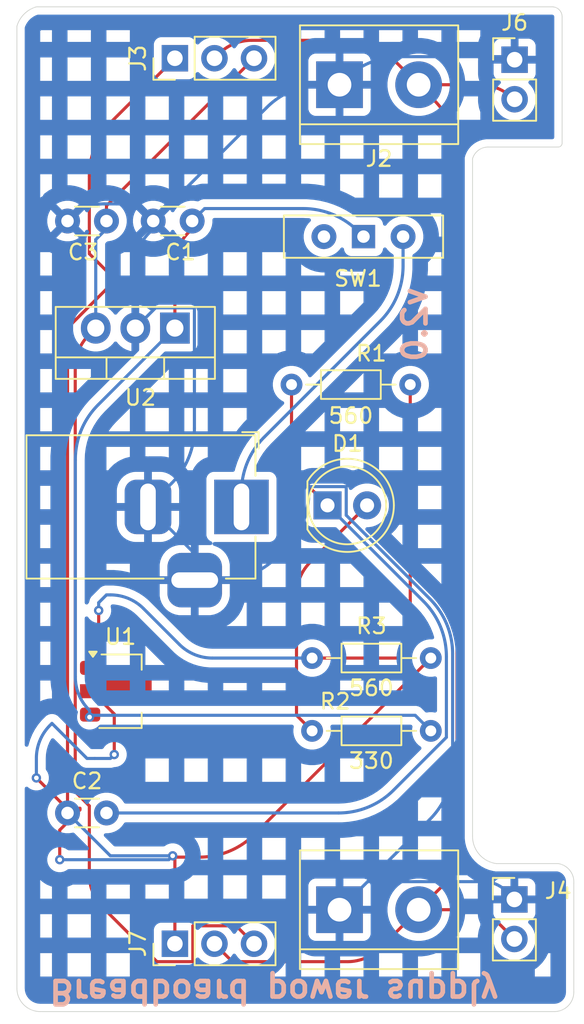
<source format=kicad_pcb>
(kicad_pcb (version 20241229) (generator "pcbnew") (generator_version "9.0")
  (layers (0 "F.Cu" signal) (2 "B.Cu" signal) (13 "F.Paste" user) (15 "B.Paste" user) (5 "F.SilkS" user "F.Silkscreen") (7 "B.SilkS" user "B.Silkscreen") (1 "F.Mask" user) (3 "B.Mask" user) (25 "Edge.Cuts" user))
  (net 0 "")
  (net 1 "/12v")
  (net 2 "GND")
  (net 3 "Net-(D1-K)")
  (net 4 "/3.3v")
  (net 5 "/5v")
  (net 6 "Net-(D1-A)")
  (net 7 "/PWR_input")
  (net 8 "/PWR_output")
  (net 9 "Net-(U1-ADJ)")
  (footprint "Button_Switch_THT:SW_Slide-03_Wuerth-WS-SLTV_10x2.5x6.4_P2.54mm" (layer "F.Cu") (at 172.571767 88.663833 180)
    (property "Reference" "SW1" (at 0.3556 -2.6924 0) (layer "F.SilkS"))
    (property "Value" "SW_SPDT")
    (fp_rect (start -5.11 -1.36) (end 5.11 1.36) (stroke (width 0.12)) (fill no) (layer "F.SilkS"))
    (pad "1" thru_hole rect (at 0 0 180) (size 1.5 1.5) (drill 0.8) (layers "*.Cu" "*.Mask") (net 1 "/12v"))
    (pad "2" thru_hole circle (at -2.54 0 180) (size 1.6 1.6) (drill 0.8) (layers "*.Cu" "*.Mask") (net 7 "/PWR_input"))
    (pad "3" thru_hole circle (at 2.54 0 180) (size 1.6 1.6) (drill 0.8) (layers "*.Cu" "*.Mask"))
  )
  (footprint "TerminalBlock:TerminalBlock_bornier-2_P5.08mm" (layer "F.Cu") (at 171.031767 131.874233)
    (property "Reference" "J5" (hide yes))
    (property "Value" "Screw_Terminal_01x02" (hide yes))
    (fp_line (start -2.54 -3.81) (end -2.54 3.81) (stroke (width 0.12)) (layer "F.SilkS"))
    (fp_line (start -2.54 3.81) (end 7.62 3.81) (stroke (width 0.12)) (layer "F.SilkS"))
    (fp_line (start 7.62 -3.81) (end -2.54 -3.81) (stroke (width 0.12)) (layer "F.SilkS"))
    (fp_line (start 7.62 2.54) (end -2.54 2.54) (stroke (width 0.12)) (layer "F.SilkS"))
    (fp_line (start 7.62 3.81) (end 7.62 -3.81) (stroke (width 0.12)) (layer "F.SilkS"))
    (pad "1" thru_hole rect (at 0 0) (size 3 3) (drill 1.52) (layers "*.Cu" "*.Mask") (net 2 "GND"))
    (pad "2" thru_hole circle (at 5.08 0) (size 3 3) (drill 1.52) (layers "*.Cu" "*.Mask") (net 8 "/PWR_output"))
  )
  (footprint "Resistor_THT:R_Axial_DIN0204_L3.6mm_D1.6mm_P7.62mm_Horizontal" (layer "F.Cu") (at 169.271767 120.393433)
    (property "Reference" "R2" (at 1.478233 -1.893433 0) (layer "F.SilkS"))
    (property "Value" "330" (at 3.81 1.92 0) (layer "F.SilkS"))
    (fp_line (start 0.94 0) (end 1.89 0) (stroke (width 0.12)) (layer "F.SilkS"))
    (fp_line (start 6.68 0) (end 5.73 0) (stroke (width 0.12)) (layer "F.SilkS"))
    (fp_rect (start 1.89 -0.92) (end 5.73 0.92) (stroke (width 0.12)) (fill no) (layer "F.SilkS"))
    (pad "1" thru_hole circle (at 0 0) (size 1.4 1.4) (drill 0.7) (layers "*.Cu" "*.Mask") (net 6 "Net-(D1-A)"))
    (pad "2" thru_hole circle (at 7.62 0) (size 1.4 1.4) (drill 0.7) (layers "*.Cu" "*.Mask") (net 1 "/12v"))
  )
  (footprint "Connector_PinHeader_2.54mm:PinHeader_1x02_P2.54mm_Vertical" (layer "F.Cu") (at 182.273367 77.306633)
    (property "Reference" "J6" (at 0 -2.38 0) (layer "F.SilkS"))
    (property "Value" "Conn_01x02_Male" (hide yes))
    (fp_line (start -1.38 -1.38) (end 0 -1.38) (stroke (width 0.12)) (layer "F.SilkS"))
    (fp_line (start -1.38 0) (end -1.38 -1.38) (stroke (width 0.12)) (layer "F.SilkS"))
    (fp_line (start -1.38 1.27) (end -1.38 3.92) (stroke (width 0.12)) (layer "F.SilkS"))
    (fp_line (start -1.38 1.27) (end 1.38 1.27) (stroke (width 0.12)) (layer "F.SilkS"))
    (fp_line (start -1.38 3.92) (end 1.38 3.92) (stroke (width 0.12)) (layer "F.SilkS"))
    (fp_line (start 1.38 1.27) (end 1.38 3.92) (stroke (width 0.12)) (layer "F.SilkS"))
    (pad "1" thru_hole rect (at 0 0) (size 1.7 1.7) (drill 1) (layers "*.Cu" "*.Mask") (net 2 "GND"))
    (pad "2" thru_hole circle (at 0 2.54) (size 1.7 1.7) (drill 1) (layers "*.Cu" "*.Mask") (net 8 "/PWR_output"))
  )
  (footprint "Connector_PinHeader_2.54mm:PinHeader_1x02_P2.54mm_Vertical" (layer "F.Cu") (at 182.256967 131.213833)
    (property "Reference" "J4" (at 2.8148 -0.55 0) (layer "F.SilkS"))
    (property "Value" "Conn_01x02_Male" (hide yes))
    (fp_line (start -1.38 -1.38) (end 0 -1.38) (stroke (width 0.12)) (layer "F.SilkS"))
    (fp_line (start -1.38 0) (end -1.38 -1.38) (stroke (width 0.12)) (layer "F.SilkS"))
    (fp_line (start -1.38 1.27) (end -1.38 3.92) (stroke (width 0.12)) (layer "F.SilkS"))
    (fp_line (start -1.38 1.27) (end 1.38 1.27) (stroke (width 0.12)) (layer "F.SilkS"))
    (fp_line (start -1.38 3.92) (end 1.38 3.92) (stroke (width 0.12)) (layer "F.SilkS"))
    (fp_line (start 1.38 1.27) (end 1.38 3.92) (stroke (width 0.12)) (layer "F.SilkS"))
    (pad "1" thru_hole rect (at 0 0) (size 1.7 1.7) (drill 1) (layers "*.Cu" "*.Mask") (net 2 "GND"))
    (pad "2" thru_hole circle (at 0 2.54) (size 1.7 1.7) (drill 1) (layers "*.Cu" "*.Mask") (net 8 "/PWR_output"))
  )
  (footprint "TerminalBlock:TerminalBlock_bornier-2_P5.08mm" (layer "F.Cu") (at 171.031767 78.913833)
    (property "Reference" "J2" (at 2.54 4.75 0) (layer "F.SilkS"))
    (property "Value" "Screw_Terminal_01x02" (hide yes))
    (fp_line (start -2.54 -3.81) (end -2.54 3.81) (stroke (width 0.12)) (layer "F.SilkS"))
    (fp_line (start -2.54 3.81) (end 7.62 3.81) (stroke (width 0.12)) (layer "F.SilkS"))
    (fp_line (start 7.62 -3.81) (end -2.54 -3.81) (stroke (width 0.12)) (layer "F.SilkS"))
    (fp_line (start 7.62 2.54) (end -2.54 2.54) (stroke (width 0.12)) (layer "F.SilkS"))
    (fp_line (start 7.62 3.81) (end 7.62 -3.81) (stroke (width 0.12)) (layer "F.SilkS"))
    (pad "1" thru_hole rect (at 0 0) (size 3 3) (drill 1.52) (layers "*.Cu" "*.Mask") (net 2 "GND"))
    (pad "2" thru_hole circle (at 5.08 0) (size 3 3) (drill 1.52) (layers "*.Cu" "*.Mask") (net 8 "/PWR_output"))
  )
  (footprint "Capacitor_THT:C_Disc_D3.0mm_W1.6mm_P2.50mm" (layer "F.Cu") (at 153.571767 125.663833)
    (property "Reference" "C2" (at 1.25 -2.05 0) (layer "F.SilkS"))
    (property "Value" "1u")
    (fp_line (start 0.485 -0.92) (end 2.015 -0.92) (stroke (width 0.12)) (layer "F.SilkS"))
    (fp_line (start 2.015 0.92) (end 0.485 0.92) (stroke (width 0.12)) (layer "F.SilkS"))
    (pad "1" thru_hole circle (at 0 0) (size 1.6 1.6) (drill 0.8) (layers "*.Cu" "*.Mask") (net 4 "/3.3v"))
    (pad "2" thru_hole circle (at 2.5 0) (size 1.6 1.6) (drill 0.8) (layers "*.Cu" "*.Mask") (net 3 "Net-(D1-K)"))
  )
  (footprint "Resistor_THT:R_Axial_DIN0204_L3.6mm_D1.6mm_P7.62mm_Horizontal" (layer "F.Cu") (at 169.271767 115.719833)
    (property "Reference" "R3" (at 3.81 -2.056 0) (layer "F.SilkS"))
    (property "Value" "560" (at 3.81 1.92 0) (layer "F.SilkS"))
    (fp_line (start 0.94 0) (end 1.89 0) (stroke (width 0.12)) (layer "F.SilkS"))
    (fp_line (start 6.68 0) (end 5.73 0) (stroke (width 0.12)) (layer "F.SilkS"))
    (fp_rect (start 1.89 -0.92) (end 5.73 0.92) (stroke (width 0.12)) (fill no) (layer "F.SilkS"))
    (pad "1" thru_hole circle (at 0 0) (size 1.4 1.4) (drill 0.7) (layers "*.Cu" "*.Mask") (net 9 "Net-(U1-ADJ)"))
    (pad "2" thru_hole circle (at 7.62 0) (size 1.4 1.4) (drill 0.7) (layers "*.Cu" "*.Mask") (net 4 "/3.3v"))
  )
  (footprint "Connector_PinHeader_2.54mm:PinHeader_1x03_P2.54mm_Vertical" (layer "F.Cu") (at 160.463767 77.213433 90)
    (property "Reference" "J3" (at 0 -2.38 90) (layer "F.SilkS"))
    (property "Value" "Conn_01x03_Male" (hide yes))
    (fp_line (start -1.38 -1.38) (end 0 -1.38) (stroke (width 0.12)) (layer "F.SilkS"))
    (fp_line (start -1.38 0) (end -1.38 -1.38) (stroke (width 0.12)) (layer "F.SilkS"))
    (fp_line (start 1.38 1.27) (end 1.38 6.46) (stroke (width 0.12)) (layer "F.SilkS"))
    (fp_line (start -1.38 1.27) (end 1.38 1.27) (stroke (width 0.12)) (layer "F.SilkS"))
    (fp_line (start -1.38 1.27) (end -1.38 6.46) (stroke (width 0.12)) (layer "F.SilkS"))
    (fp_line (start -1.38 6.46) (end 1.38 6.46) (stroke (width 0.12)) (layer "F.SilkS"))
    (pad "1" thru_hole rect (at 0 0 90) (size 1.7 1.7) (drill 1) (layers "*.Cu" "*.Mask") (net 4 "/3.3v"))
    (pad "2" thru_hole circle (at 0 2.54 90) (size 1.7 1.7) (drill 1) (layers "*.Cu" "*.Mask") (net 8 "/PWR_output"))
    (pad "3" thru_hole circle (at 0 5.08 90) (size 1.7 1.7) (drill 1) (layers "*.Cu" "*.Mask") (net 5 "/5v"))
  )
  (footprint "LED_THT:LED_D5.0mm" (layer "F.Cu") (at 170.261767 105.915433)
    (property "Reference" "D1" (at 1.27 -3.96 0) (layer "F.SilkS"))
    (property "Value" "LED")
    (fp_line (start -1.29 -1.545) (end -1.29 1.545) (stroke (width 0.12)) (layer "F.SilkS"))
    (fp_arc (start -1.29 -1.54483) (mid 2.071779 -2.880495) (end 4.26 0) (stroke (width 0.12)) (layer "F.SilkS"))
    (fp_arc (start 4.26 0) (mid 2.071779 2.880495) (end -1.29 1.54483) (stroke (width 0.12)) (layer "F.SilkS"))
    (fp_circle (center 1.27 0) (end 3.77 0) (stroke (width 0.12)) (fill no) (layer "F.SilkS"))
    (pad "1" thru_hole rect (at 0 0) (size 1.8 1.8) (drill 0.9) (layers "*.Cu" "*.Mask") (net 3 "Net-(D1-K)"))
    (pad "2" thru_hole circle (at 2.54 0) (size 1.8 1.8) (drill 0.9) (layers "*.Cu" "*.Mask") (net 6 "Net-(D1-A)"))
  )
  (footprint "Resistor_THT:R_Axial_DIN0204_L3.6mm_D1.6mm_P7.62mm_Horizontal" (layer "F.Cu") (at 167.951767 98.163833)
    (property "Reference" "R1" (at 5.12 -2 0) (layer "F.SilkS"))
    (property "Value" "560" (at 3.81 2 0) (layer "F.SilkS"))
    (fp_line (start 0.94 0) (end 1.89 0) (stroke (width 0.12)) (layer "F.SilkS"))
    (fp_line (start 6.68 0) (end 5.73 0) (stroke (width 0.12)) (layer "F.SilkS"))
    (fp_rect (start 1.89 -0.92) (end 5.73 0.92) (stroke (width 0.12)) (fill no) (layer "F.SilkS"))
    (pad "1" thru_hole circle (at 0 0) (size 1.4 1.4) (drill 0.7) (layers "*.Cu" "*.Mask") (net 3 "Net-(D1-K)"))
    (pad "2" thru_hole circle (at 7.62 0) (size 1.4 1.4) (drill 0.7) (layers "*.Cu" "*.Mask") (net 9 "Net-(U1-ADJ)"))
  )
  (footprint "Package_TO_SOT_THT:TO-220-3_Vertical" (layer "F.Cu") (at 160.463767 94.536233 180)
    (property "Reference" "U2" (at 2.213767 -4.463767 0) (layer "F.SilkS"))
    (property "Value" "LM7805_TO220")
    (fp_line (start 7.65 1.36) (end -2.57 1.36) (stroke (width 0.12)) (layer "F.SilkS"))
    (fp_line (start 7.65 -3.26) (end 7.65 1.36) (stroke (width 0.12)) (layer "F.SilkS"))
    (fp_line (start 4.39 -3.26) (end 4.39 -1.88) (stroke (width 0.12)) (layer "F.SilkS"))
    (fp_line (start 0.69 -3.26) (end 0.69 -1.88) (stroke (width 0.12)) (layer "F.SilkS"))
    (fp_line (start -2.57 1.36) (end -2.57 -3.26) (stroke (width 0.12)) (layer "F.SilkS"))
    (fp_line (start -2.57 -1.88) (end 7.65 -1.88) (stroke (width 0.12)) (layer "F.SilkS"))
    (fp_line (start -2.57 -3.26) (end 7.65 -3.26) (stroke (width 0.12)) (layer "F.SilkS"))
    (pad "1" thru_hole rect (at 0 0 180) (size 1.905 2) (drill 1.1) (layers "*.Cu" "*.Mask") (net 1 "/12v"))
    (pad "2" thru_hole oval (at 2.54 0 180) (size 1.905 2) (drill 1.1) (layers "*.Cu" "*.Mask") (net 2 "GND"))
    (pad "3" thru_hole oval (at 5.08 0 180) (size 1.905 2) (drill 1.1) (layers "*.Cu" "*.Mask") (net 5 "/5v"))
  )
  (footprint "Connector_BarrelJack:BarrelJack_Horizontal" (layer "F.Cu") (at 164.736567 106.017033)
    (property "Reference" "J1" (hide yes))
    (property "Value" "Barrel_Jack_Switch")
    (fp_line (start -13.8 -4.6) (end 0.9 -4.6) (stroke (width 0.12)) (layer "F.SilkS"))
    (fp_line (start -13.8 4.6) (end -13.8 -4.6) (stroke (width 0.12)) (layer "F.SilkS"))
    (fp_line (start -5 4.6) (end -13.8 4.6) (stroke (width 0.12)) (layer "F.SilkS"))
    (fp_line (start 0.05 -4.8) (end 1.1 -4.8) (stroke (width 0.12)) (layer "F.SilkS"))
    (fp_line (start 0.9 -4.6) (end 0.9 -2) (stroke (width 0.12)) (layer "F.SilkS"))
    (fp_line (start 0.9 1.9) (end 0.9 4.6) (stroke (width 0.12)) (layer "F.SilkS"))
    (fp_line (start 0.9 4.6) (end -1 4.6) (stroke (width 0.12)) (layer "F.SilkS"))
    (fp_line (start 1.1 -3.75) (end 1.1 -4.8) (stroke (width 0.12)) (layer "F.SilkS"))
    (pad "1" thru_hole rect (at 0 0) (size 3.5 3.5) (drill oval 1 3) (layers "*.Cu" "*.Mask") (net 7 "/PWR_input"))
    (pad "2" thru_hole roundrect (at -6 0) (size 3 3.5) (drill oval 1 3) (layers "*.Cu" "*.Mask") (net 2 "GND"))
    (pad "3" thru_hole roundrect (at -3 4.7) (size 3.5 3.5) (drill oval 3 1) (layers "*.Cu" "*.Mask") (net 2 "GND"))
  )
  (footprint "Connector_PinHeader_2.54mm:PinHeader_1x03_P2.54mm_Vertical" (layer "F.Cu") (at 160.463767 134.058633 90)
    (property "Reference" "J7" (at 0 -2.38 90) (layer "F.SilkS"))
    (property "Value" "Conn_01x03_Male" (hide yes))
    (fp_line (start -1.38 -1.38) (end 0 -1.38) (stroke (width 0.12)) (layer "F.SilkS"))
    (fp_line (start -1.38 0) (end -1.38 -1.38) (stroke (width 0.12)) (layer "F.SilkS"))
    (fp_line (start 1.38 1.27) (end 1.38 6.46) (stroke (width 0.12)) (layer "F.SilkS"))
    (fp_line (start -1.38 1.27) (end 1.38 1.27) (stroke (width 0.12)) (layer "F.SilkS"))
    (fp_line (start -1.38 1.27) (end -1.38 6.46) (stroke (width 0.12)) (layer "F.SilkS"))
    (fp_line (start -1.38 6.46) (end 1.38 6.46) (stroke (width 0.12)) (layer "F.SilkS"))
    (pad "1" thru_hole rect (at 0 0 90) (size 1.7 1.7) (drill 1) (layers "*.Cu" "*.Mask") (net 4 "/3.3v"))
    (pad "2" thru_hole circle (at 0 2.54 90) (size 1.7 1.7) (drill 1) (layers "*.Cu" "*.Mask") (net 8 "/PWR_output"))
    (pad "3" thru_hole circle (at 0 5.08 90) (size 1.7 1.7) (drill 1) (layers "*.Cu" "*.Mask") (net 5 "/5v"))
  )
  (footprint "Capacitor_THT:C_Disc_D3.0mm_W1.6mm_P2.50mm" (layer "F.Cu") (at 156.071767 87.663833 180)
    (property "Reference" "C3" (at 1.5 -2 0) (layer "F.SilkS"))
    (property "Value" "0.1u")
    (fp_line (start 2.015 0.92) (end 0.485 0.92) (stroke (width 0.12)) (layer "F.SilkS"))
    (fp_line (start 0.485 -0.92) (end 2.015 -0.92) (stroke (width 0.12)) (layer "F.SilkS"))
    (pad "1" thru_hole circle (at 0 0 180) (size 1.6 1.6) (drill 0.8) (layers "*.Cu" "*.Mask") (net 5 "/5v"))
    (pad "2" thru_hole circle (at 2.5 0 180) (size 1.6 1.6) (drill 0.8) (layers "*.Cu" "*.Mask") (net 2 "GND"))
  )
  (footprint "Package_TO_SOT_SMD:SOT-89-3" (layer "F.Cu") (at 156.971867 117.848633)
    (property "Reference" "U1" (at 0 -3.5 0) (layer "F.SilkS"))
    (property "Value" "LM317L_SOT-89" (hide yes))
    (fp_line (start -1.22 -2.36) (end 1.36 -2.36) (stroke (width 0.12)) (layer "F.SilkS"))
    (fp_line (start 1.36 -1.38) (end 1.36 -2.36) (stroke (width 0.12)) (layer "F.SilkS"))
    (fp_line (start 1.36 1.38) (end 1.36 2.36) (stroke (width 0.12)) (layer "F.SilkS"))
    (fp_line (start 1.36 2.36) (end -1.36 2.36) (stroke (width 0.12)) (layer "F.SilkS"))
    (fp_poly (pts (xy -1.77 -2.21) (xy -2.01 -2.54) (xy -1.53 -2.54) (xy -1.77 -2.21)) (stroke (width 0.12)) (fill yes) (layer "F.SilkS"))
    (pad "1" smd roundrect (at -1.95 -1.5) (size 1.3 0.9) (layers "F.Cu" "F.Mask" "F.Paste") (net 9 "Net-(U1-ADJ)"))
    (pad "2" smd custom (at -1.8625 0) (size 1.475 0.9) (layers "F.Cu" "F.Mask" "F.Paste") (net 4 "/3.3v") (options (clearance outline) (anchor rect)) (primitives (gr_poly (pts (xy 3.8625 0.8665) (xy 0.7375 0.8665) (xy 0.7375 -0.8665) (xy 3.8625 -0.8665)) (width 0) (fill yes))))
    (pad "3" smd roundrect (at -1.95 1.5) (size 1.3 0.9) (layers "F.Cu" "F.Mask" "F.Paste") (net 1 "/12v"))
  )
  (footprint "Capacitor_THT:C_Disc_D3.0mm_W1.6mm_P2.50mm" (layer "F.Cu") (at 161.571767 87.663833 180)
    (property "Reference" "C1" (at 0.75 -2 0) (layer "F.SilkS"))
    (property "Value" "10u")
    (fp_line (start 2.015 0.92) (end 0.485 0.92) (stroke (width 0.12)) (layer "F.SilkS"))
    (fp_line (start 0.485 -0.92) (end 2.015 -0.92) (stroke (width 0.12)) (layer "F.SilkS"))
    (pad "1" thru_hole circle (at 0 0 180) (size 1.6 1.6) (drill 0.8) (layers "*.Cu" "*.Mask") (net 1 "/12v"))
    (pad "2" thru_hole circle (at 2.5 0 180) (size 1.6 1.6) (drill 0.8) (layers "*.Cu" "*.Mask") (net 2 "GND"))
  )
  (gr_arc (start 151.821767 138.413833) (mid 150.761107 137.974493) (end 150.321767 136.913833) (stroke (width 0.05)) (layer "Edge.Cuts"))
  (gr_line (start 185.071767 82.913833) (end 180.571767 82.913833) (stroke (width 0.05)) (layer "Edge.Cuts"))
  (gr_arc (start 179.571767 83.663833) (mid 179.946774 83.122183) (end 180.571767 82.913833) (stroke (width 0.05)) (layer "Edge.Cuts"))
  (gr_arc (start 185.071767 128.913833) (mid 185.814583 129.34458) (end 186.071767 130.163833) (stroke (width 0.05)) (layer "Edge.Cuts"))
  (gr_line (start 151.571769 73.913833) (end 184.737752 73.913833) (stroke (width 0.05)) (layer "Edge.Cuts"))
  (gr_line (start 151.821767 138.413833) (end 184.821767 138.413833) (stroke (width 0.05)) (layer "Edge.Cuts"))
  (gr_line (start 185.071767 128.913833) (end 181.10297 128.913833) (stroke (width 0.05)) (layer "Edge.Cuts"))
  (gr_arc (start 186.071767 137.163833) (mid 185.70565 138.047716) (end 184.821767 138.413833) (stroke (width 0.05)) (layer "Edge.Cuts"))
  (gr_line (start 186.071767 137.163833) (end 186.071767 130.163833) (stroke (width 0.05)) (layer "Edge.Cuts"))
  (gr_arc (start 150.321767 75.163833) (mid 150.784813 74.376879) (end 151.571767 73.913833) (stroke (width 0.05)) (layer "Edge.Cuts"))
  (gr_arc (start 185.321767 82.663833) (mid 185.248544 82.84061) (end 185.071767 82.913833) (stroke (width 0.05)) (layer "Edge.Cuts"))
  (gr_line (start 179.571767 127.163833) (end 179.571767 83.663833) (stroke (width 0.05)) (layer "Edge.Cuts"))
  (gr_arc (start 184.737752 73.916065) (mid 185.153567 74.119748) (end 185.321767 74.551139) (stroke (width 0.05)) (layer "Edge.Cuts"))
  (gr_line (start 150.321767 75.163833) (end 150.321767 136.913833) (stroke (width 0.05)) (layer "Edge.Cuts"))
  (gr_line (start 185.321767 74.551133) (end 185.321767 82.663833) (stroke (width 0.05)) (layer "Edge.Cuts"))
  (gr_arc (start 181.103017 128.913833) (mid 180.008624 128.326505) (end 179.571767 127.163833) (stroke (width 0.05)) (layer "Edge.Cuts"))
  (gr_text "v2.0" (at 176.75 91.75 90) (layer "B.SilkS") (effects (font (size 1.5 1.5) (thickness 0.3) (bold yes)) (justify left bottom mirror)))
  (gr_text "Breadboard power supply" (at 152.25 136.25 180) (layer "B.SilkS") (effects (font (size 1.5 1.5) (thickness 0.3) (bold yes)) (justify left bottom mirror)))
  (segment (start 161.571767 88.163833) (end 161.342446 88.393154) (width 0.2) (layer "F.Cu") (net 1))
  (segment (start 160.463767 90.514474) (end 160.463767 94.536233) (width 0.2) (layer "F.Cu") (net 1))
  (segment (start 161.571767 87.663833) (end 161.571767 88.163833) (width 0.2) (layer "F.Cu") (net 1))
  (via (at 154.986567 119.508033) (size 0.6) (drill 0.3) (layers "F.Cu" "B.Cu") (net 1))
  (arc (start 160.463767 90.514474) (mid 160.692128 89.366424) (end 161.342446 88.393154) (width 0.2) (layer "F.Cu") (net 1))
  (segment (start 161.571767 87.663833) (end 162.371766 86.863834) (width 0.2) (layer "B.Cu") (net 1))
  (segment (start 154.986567 119.078633) (end 154.986567 119.508033) (width 0.2) (layer "B.Cu") (net 1))
  (segment (start 155.102167 119.392433) (end 175.890767 119.392433) (width 0.2) (layer "B.Cu") (net 1))
  (segment (start 175.890767 119.392433) (end 176.891767 120.393433) (width 0.2) (layer "B.Cu") (net 1))
  (segment (start 172.236234 88.3283) (end 172.571767 88.663833) (width 0.2) (layer "B.Cu") (net 1))
  (segment (start 162.371766 86.863834) (end 168.7007 86.863834) (width 0.2) (layer "B.Cu") (net 1))
  (segment (start 154.986567 119.508033) (end 155.102167 119.392433) (width 0.2) (layer "B.Cu") (net 1))
  (segment (start 160.463767 94.536233) (end 155.536233 99.463767) (width 0.2) (layer "B.Cu") (net 1))
  (segment (start 154.950447 119.042513) (end 154.986567 119.078633) (width 0.2) (layer "B.Cu") (net 1))
  (segment (start 154.071767 102.999301) (end 154.071767 116.921192) (width 0.2) (layer "B.Cu") (net 1))
  (arc (start 155.536233 99.463767) (mid 154.452369 101.085884) (end 154.071767 102.999301) (width 0.2) (layer "B.Cu") (net 1))
  (arc (start 154.950447 119.042513) (mid 154.300128 118.069243) (end 154.071767 116.921192) (width 0.2) (layer "B.Cu") (net 1))
  (arc (start 172.236234 88.3283) (mid 170.614117 87.244436) (end 168.7007 86.863834) (width 0.2) (layer "B.Cu") (net 1))
  (segment (start 182.008967 77.112833) (end 182.358567 77.462433) (width 0.2) (layer "B.Cu") (net 2))
  (segment (start 156.728126 86.562833) (end 155.915408 86.562833) (width 0.2) (layer "B.Cu") (net 2))
  (segment (start 161.717267 93.235233) (end 161.717267 100.965265) (width 0.2) (layer "B.Cu") (net 2))
  (segment (start 171.031767 78.913833) (end 171.368301 78.577299) (width 0.2) (layer "B.Cu") (net 2))
  (segment (start 163.447499 110.717033) (end 161.736567 110.717033) (width 0.2) (layer "B.Cu") (net 2))
  (segment (start 167.596301 108.639299) (end 166.983033 109.252567) (width 0.2) (layer "B.Cu") (net 2))
  (segment (start 176.829301 111.915867) (end 171.462767 106.549333) (width 0.2) (layer "B.Cu") (net 2))
  (segment (start 172.832767 130.073233) (end 171.031767 131.874233) (width 0.2) (layer "B.Cu") (net 2))
  (segment (start 166.357301 80.378299) (end 159.071767 87.663833) (width 0.2) (layer "B.Cu") (net 2))
  (segment (start 178.293767 122.541165) (end 178.293767 115.451401) (width 0.2) (layer "B.Cu") (net 2))
  (segment (start 161.736567 109.017033) (end 161.736567 110.717033) (width 0.2) (layer "B.Cu") (net 2))
  (segment (start 174.903835 77.112833) (end 182.008967 77.112833) (width 0.2) (layer "B.Cu") (net 2))
  (segment (start 171.462767 106.549333) (end 171.462767 104.714433) (width 0.2) (layer "B.Cu") (net 2))
  (segment (start 172.832767 130.073233) (end 176.829301 126.076699) (width 0.2) (layer "B.Cu") (net 2))
  (segment (start 153.794087 87.441513) (end 153.571767 87.663833) (width 0.2) (layer "B.Cu") (net 2))
  (segment (start 157.923767 94.536233) (end 159.224767 93.235233) (width 0.2) (layer "B.Cu") (net 2))
  (segment (start 159.071767 88.163833) (end 158.802446 88.433154) (width 0.2) (layer "B.Cu") (net 2))
  (segment (start 160.252801 104.500799) (end 158.736567 106.017033) (width 0.2) (layer "B.Cu") (net 2))
  (segment (start 159.071767 87.663833) (end 158.849446 87.441512) (width 0.2) (layer "B.Cu") (net 2))
  (segment (start 157.923767 90.554474) (end 157.923767 94.536233) (width 0.2) (layer "B.Cu") (net 2))
  (segment (start 169.060767 104.714433) (end 169.060767 105.103765) (width 0.2) (layer "B.Cu") (net 2))
  (segment (start 159.071767 87.663833) (end 159.071767 88.163833) (width 0.2) (layer "B.Cu") (net 2))
  (segment (start 180.28794 130.073233) (end 172.832767 130.073233) (width 0.2) (layer "B.Cu") (net 2))
  (segment (start 171.031767 78.913833) (end 169.892835 78.913833) (width 0.2) (layer "B.Cu") (net 2))
  (segment (start 182.256967 131.213833) (end 181.702153 130.659019) (width 0.2) (layer "B.Cu") (net 2))
  (segment (start 171.462767 104.714433) (end 169.060767 104.714433) (width 0.2) (layer "B.Cu") (net 2))
  (segment (start 159.224767 93.235233) (end 161.717267 93.235233) (width 0.2) (layer "B.Cu") (net 2))
  (segment (start 158.736567 106.017033) (end 161.736567 109.017033) (width 0.2) (layer "B.Cu") (net 2))
  (arc (start 174.903835 77.112833) (mid 172.990418 77.493435) (end 171.368301 78.577299) (width 0.2) (layer "B.Cu") (net 2))
  (arc (start 160.252801 104.500799) (mid 161.336665 102.878682) (end 161.717267 100.965265) (width 0.2) (layer "B.Cu") (net 2))
  (arc (start 153.794087 87.441513) (mid 154.767357 86.791194) (end 155.915408 86.562833) (width 0.2) (layer "B.Cu") (net 2))
  (arc (start 158.849446 87.441512) (mid 157.876176 86.791194) (end 156.728126 86.562833) (width 0.2) (layer "B.Cu") (net 2))
  (arc (start 178.293767 122.541165) (mid 177.913165 124.454582) (end 176.829301 126.076699) (width 0.2) (layer "B.Cu") (net 2))
  (arc (start 169.060767 105.103765) (mid 168.680165 107.017182) (end 167.596301 108.639299) (width 0.2) (layer "B.Cu") (net 2))
  (arc (start 166.357301 80.378299) (mid 167.979418 79.294435) (end 169.892835 78.913833) (width 0.2) (layer "B.Cu") (net 2))
  (arc (start 157.923767 90.554474) (mid 158.152128 89.406424) (end 158.802446 88.433154) (width 0.2) (layer "B.Cu") (net 2))
  (arc (start 180.28794 130.073233) (mid 181.053307 130.225474) (end 181.702153 130.659019) (width 0.2) (layer "B.Cu") (net 2))
  (arc (start 176.829301 111.915867) (mid 177.913165 113.537984) (end 178.293767 115.451401) (width 0.2) (layer "B.Cu") (net 2))
  (arc (start 166.983033 109.252567) (mid 165.360916 110.336431) (end 163.447499 110.717033) (width 0.2) (layer "B.Cu") (net 2))
  (segment (start 167.951767 98.163833) (end 167.951767 101.534365) (width 0.2) (layer "F.Cu") (net 3))
  (segment (start 169.416233 105.069899) (end 170.261767 105.915433) (width 0.2) (layer "F.Cu") (net 3))
  (arc (start 167.951767 101.534365) (mid 168.332369 103.447782) (end 169.416233 105.069899) (width 0.2) (layer "F.Cu") (net 3))
  (segment (start 177.892767 120.808061) (end 174.501461 124.199367) (width 0.2) (layer "B.Cu") (net 3))
  (segment (start 177.892767 115.617501) (end 177.892767 120.808061) (width 0.2) (layer "B.Cu") (net 3))
  (segment (start 170.261767 105.915433) (end 176.428301 112.081967) (width 0.2) (layer "B.Cu") (net 3))
  (segment (start 170.965927 125.663833) (end 156.071767 125.663833) (width 0.2) (layer "B.Cu") (net 3))
  (arc (start 177.892767 115.617501) (mid 177.512165 113.704084) (end 176.428301 112.081967) (width 0.2) (layer "B.Cu") (net 3))
  (arc (start 174.501461 124.199367) (mid 172.879344 125.283231) (end 170.965927 125.663833) (width 0.2) (layer "B.Cu") (net 3))
  (segment (start 153.522767 125.364833) (end 151.571767 123.413833) (width 0.2) (layer "F.Cu") (net 4))
  (segment (start 153.571767 94.528016) (end 153.571767 125.663833) (width 0.2) (layer "F.Cu") (net 4))
  (segment (start 154.370767 125.459429) (end 153.071767 126.758429) (width 0.2) (layer "F.Cu") (net 4))
  (segment (start 154.071767 125.663833) (end 154.370767 125.364833) (width 0.2) (layer "F.Cu") (net 4))
  (segment (start 160.463767 77.213433) (end 156.435233 81.241967) (width 0.2) (layer "F.Cu") (net 4))
  (segment (start 156.571767 119.311033) (end 155.109367 117.848633) (width 0.2) (layer "F.Cu") (net 4))
  (segment (start 160.463767 128.498783) (end 160.463767 134.058633) (width 0.2) (layer "F.Cu") (net 4))
  (segment (start 154.970767 89.763016) (end 156.670267 91.462516) (width 0.2) (layer "F.Cu") (net 4))
  (segment (start 153.071767 126.758429) (end 153.071767 128.663833) (width 0.2) (layer "F.Cu") (net 4))
  (segment (start 154.970767 84.777501) (end 154.970767 89.763016) (width 0.2) (layer "F.Cu") (net 4))
  (segment (start 156.670267 91.462516) (end 156.637267 91.462516) (width 0.2) (layer "F.Cu") (net 4))
  (segment (start 156.571767 121.913833) (end 156.571767 119.311033) (width 0.2) (layer "F.Cu") (net 4))
  (segment (start 154.370767 125.364833) (end 153.522767 125.364833) (width 0.2) (layer "F.Cu") (net 4))
  (segment (start 153.571767 125.663833) (end 154.071767 125.663833) (width 0.2) (layer "F.Cu") (net 4))
  (segment (start 156.637267 91.462516) (end 153.571767 94.528016) (width 0.2) (layer "F.Cu") (net 4))
  (segment (start 162.041749 128.498783) (end 160.463767 128.498783) (width 0.2) (layer "F.Cu") (net 4))
  (segment (start 176.891767 115.719833) (end 165.577283 127.034317) (width 0.2) (layer "F.Cu") (net 4))
  (segment (start 154.370767 125.364833) (end 154.370767 125.459429) (width 0.2) (layer "F.Cu") (net 4))
  (via (at 156.571767 121.913833) (size 0.6) (drill 0.3) (layers "F.Cu" "B.Cu") (net 4))
  (via (at 160.321767 128.413833) (size 0.6) (drill 0.3) (layers "F.Cu" "B.Cu") (net 4))
  (via (at 151.571767 123.413833) (size 0.6) (drill 0.3) (layers "F.Cu" "B.Cu") (net 4))
  (via (at 153.071767 128.663833) (size 0.6) (drill 0.3) (layers "F.Cu" "B.Cu") (net 4))
  (arc (start 165.577283 127.034317) (mid 163.955166 128.118181) (end 162.041749 128.498783) (width 0.2) (layer "F.Cu") (net 4))
  (arc (start 154.970767 84.777501) (mid 155.351369 82.864084) (end 156.435233 81.241967) (width 0.2) (layer "F.Cu") (net 4))
  (segment (start 155.321767 122.163833) (end 156.321767 122.163833) (width 0.2) (layer "B.Cu") (net 4))
  (segment (start 160.071767 128.663833) (end 160.321767 128.413833) (width 0.2) (layer "B.Cu") (net 4))
  (segment (start 154.821767 122.163833) (end 155.321767 122.163833) (width 0.2) (layer "B.Cu") (net 4))
  (segment (start 153.071767 128.663833) (end 160.071767 128.663833) (width 0.2) (layer "B.Cu") (net 4))
  (segment (start 152.450447 120.035153) (end 152.571767 119.913833) (width 0.2) (layer "B.Cu") (net 4))
  (segment (start 160.321767 128.413833) (end 156.321767 128.413833) (width 0.2) (layer "B.Cu") (net 4))
  (segment (start 156.321767 122.163833) (end 156.571767 121.913833) (width 0.2) (layer "B.Cu") (net 4))
  (segment (start 152.571767 119.913833) (end 154.821767 122.163833) (width 0.2) (layer "B.Cu") (net 4))
  (segment (start 156.321767 128.413833) (end 153.571767 125.663833) (width 0.2) (layer "B.Cu") (net 4))
  (segment (start 151.571767 123.413833) (end 151.571767 122.156474) (width 0.2) (layer "B.Cu") (net 4))
  (arc (start 152.450447 120.035153) (mid 151.800128 121.008423) (end 151.571767 122.156474) (width 0.2) (layer "B.Cu") (net 4))
  (segment (start 154.970767 129.624992) (end 154.970767 125.207783) (width 0.2) (layer "F.Cu") (net 5))
  (segment (start 154.065867 124.302883) (end 154.065867 97.096774) (width 0.2) (layer "F.Cu") (net 5))
  (segment (start 164.392767 132.907633) (end 161.614767 132.907633) (width 0.2) (layer "F.Cu") (net 5))
  (segment (start 161.614767 132.907633) (end 161.614767 135.209633) (width 0.2) (layer "F.Cu") (net 5))
  (segment (start 161.614767 135.209633) (end 159.312767 135.209633) (width 0.2) (layer "F.Cu") (net 5))
  (segment (start 154.970767 125.207783) (end 154.065867 124.302883) (width 0.2) (layer "F.Cu") (net 5))
  (segment (start 156.071767 86.685433) (end 156.071767 87.663833) (width 0.2) (layer "F.Cu") (net 5))
  (segment (start 165.543767 134.058633) (end 164.392767 132.907633) (width 0.2) (layer "F.Cu") (net 5))
  (segment (start 165.543767 77.213433) (end 156.071767 86.685433) (width 0.2) (layer "F.Cu") (net 5))
  (segment (start 159.312767 135.209633) (end 155.849446 131.746312) (width 0.2) (layer "F.Cu") (net 5))
  (segment (start 154.944547 94.975453) (end 155.383767 94.536233) (width 0.2) (layer "F.Cu") (net 5))
  (arc (start 155.849446 131.746312) (mid 155.199128 130.773042) (end 154.970767 129.624992) (width 0.2) (layer "F.Cu") (net 5))
  (arc (start 154.065867 97.096774) (mid 154.294229 95.948723) (end 154.944547 94.975453) (width 0.2) (layer "F.Cu") (net 5))
  (segment (start 156.071767 87.663833) (end 156.071767 88.163833) (width 0.2) (layer "B.Cu") (net 5))
  (segment (start 155.383767 88.851833) (end 155.383767 94.536233) (width 0.2) (layer "B.Cu") (net 5))
  (segment (start 156.071767 88.163833) (end 155.383767 88.851833) (width 0.2) (layer "B.Cu") (net 5))
  (segment (start 169.271767 120.393433) (end 168.270767 119.392433) (width 0.2) (layer "F.Cu") (net 6))
  (segment (start 168.270767 119.392433) (end 168.270767 111.689074) (width 0.2) (layer "F.Cu") (net 6))
  (segment (start 169.149447 109.567753) (end 172.801767 105.915433) (width 0.2) (layer "F.Cu") (net 6))
  (arc (start 168.270767 111.689074) (mid 168.499129 110.541023) (end 169.149447 109.567753) (width 0.2) (layer "F.Cu") (net 6))
  (segment (start 164.736567 105.070101) (end 164.736567 106.017033) (width 0.2) (layer "B.Cu") (net 7))
  (segment (start 173.647301 94.088299) (end 166.201033 101.534567) (width 0.2) (layer "B.Cu") (net 7))
  (segment (start 175.111767 88.663833) (end 175.111767 90.552765) (width 0.2) (layer "B.Cu") (net 7))
  (arc (start 173.647301 94.088299) (mid 174.731165 92.466182) (end 175.111767 90.552765) (width 0.2) (layer "B.Cu") (net 7))
  (arc (start 166.201033 101.534567) (mid 165.117169 103.156684) (end 164.736567 105.070101) (width 0.2) (layer "B.Cu") (net 7))
  (segment (start 176.111767 131.874233) (end 177.693088 130.292912) (width 0.2) (layer "F.Cu") (net 8))
  (segment (start 174.724833 77.526899) (end 176.111767 78.913833) (width 0.2) (layer "F.Cu") (net 8))
  (segment (start 164.154767 135.209633) (end 163.003767 134.058633) (width 0.2) (layer "F.Cu") (net 8))
  (segment (start 182.256967 133.753833) (end 181.256046 132.752912) (width 0.2) (layer "F.Cu") (net 8))
  (segment (start 171.533726 135.209633) (end 164.154767 135.209633) (width 0.2) (layer "F.Cu") (net 8))
  (segment (start 182.148647 79.792513) (end 182.358567 80.002433) (width 0.2) (layer "F.Cu") (net 8))
  (segment (start 176.111767 78.913833) (end 180.027326 78.913833) (width 0.2) (layer "F.Cu") (net 8))
  (segment (start 163.003767 77.213433) (end 163.276088 76.941112) (width 0.2) (layer "F.Cu") (net 8))
  (segment (start 178.571767 128.171592) (end 178.571767 83.444901) (width 0.2) (layer "F.Cu") (net 8))
  (segment (start 179.134726 131.874233) (end 176.111767 131.874233) (width 0.2) (layer "F.Cu") (net 8))
  (segment (start 177.107301 79.909367) (end 176.111767 78.913833) (width 0.2) (layer "F.Cu") (net 8))
  (segment (start 165.397408 76.062433) (end 171.189299 76.062433) (width 0.2) (layer "F.Cu") (net 8))
  (segment (start 176.111767 131.874233) (end 173.655046 134.330954) (width 0.2) (layer "F.Cu") (net 8))
  (arc (start 178.571767 83.444901) (mid 178.191165 81.531484) (end 177.107301 79.909367) (width 0.2) (layer "F.Cu") (net 8))
  (arc (start 181.256046 132.752912) (mid 180.282776 132.102594) (end 179.134726 131.874233) (width 0.2) (layer "F.Cu") (net 8))
  (arc (start 178.571767 128.171592) (mid 178.343406 129.319642) (end 177.693088 130.292912) (width 0.2) (layer "F.Cu") (net 8))
  (arc (start 173.655046 134.330954) (mid 172.681776 134.981272) (end 171.533726 135.209633) (width 0.2) (layer "F.Cu") (net 8))
  (arc (start 171.189299 76.062433) (mid 173.102716 76.443035) (end 174.724833 77.526899) (width 0.2) (layer "F.Cu") (net 8))
  (arc (start 165.397408 76.062433) (mid 164.249358 76.290794) (end 163.276088 76.941112) (width 0.2) (layer "F.Cu") (net 8))
  (arc (start 182.148647 79.792513) (mid 181.175377 79.142194) (end 180.027326 78.913833) (width 0.2) (layer "F.Cu") (net 8))
  (segment (start 175.571767 115.163833) (end 175.015767 115.719833) (width 0.2) (layer "F.Cu") (net 9))
  (segment (start 155.571767 115.798733) (end 155.571767 112.663833) (width 0.2) (layer "F.Cu") (net 9))
  (segment (start 175.571767 98.163833) (end 175.571767 115.163833) (width 0.2) (layer "F.Cu") (net 9))
  (segment (start 155.021867 116.348633) (end 155.571767 115.798733) (width 0.2) (layer "F.Cu") (net 9))
  (segment (start 175.015767 115.719833) (end 169.271767 115.719833) (width 0.2) (layer "F.Cu") (net 9))
  (via (at 155.571767 112.663833) (size 0.6) (drill 0.3) (layers "F.Cu" "B.Cu") (net 9))
  (segment (start 155.571767 112.163833) (end 156.071767 111.663833) (width 0.2) (layer "B.Cu") (net 9))
  (segment (start 158.450447 112.542513) (end 160.749088 114.841154) (width 0.2) (layer "B.Cu") (net 9))
  (segment (start 156.071767 111.663833) (end 156.329126 111.663833) (width 0.2) (layer "B.Cu") (net 9))
  (segment (start 162.870408 115.719833) (end 169.271767 115.719833) (width 0.2) (layer "B.Cu") (net 9))
  (segment (start 155.571767 112.663833) (end 155.571767 112.163833) (width 0.2) (layer "B.Cu") (net 9))
  (arc (start 156.329126 111.663833) (mid 157.477177 111.892195) (end 158.450447 112.542513) (width 0.2) (layer "B.Cu") (net 9))
  (arc (start 162.870408 115.719833) (mid 161.722358 115.491472) (end 160.749088 114.841154) (width 0.2) (layer "B.Cu") (net 9))
  (zone (net 2) (net_name "GND") (layer "B.Cu") (connect_pads (clearance 0.5)) (min_thickness 0.25) (fill yes (mode hatch) (thermal_gap 0.5) (thermal_bridge_width 0.5) (hatch_thickness 1) (hatch_gap 1.5) (hatch_orientation 0) (hatch_border_algorithm hatch_thickness) (hatch_min_hole_area 0.3))
    (polygon (pts (xy 179.986567 83.974533) (xy 180.486567 83.474533) (xy 186.236567 83.474533) (xy 186.236567 73.474533) (xy 149.236567 73.474533) (xy 149.736567 139.224533) (xy 186.736567 139.224533) (xy 186.736567 127.974533) (xy 179.986567 127.974533)))
  )
)
</source>
